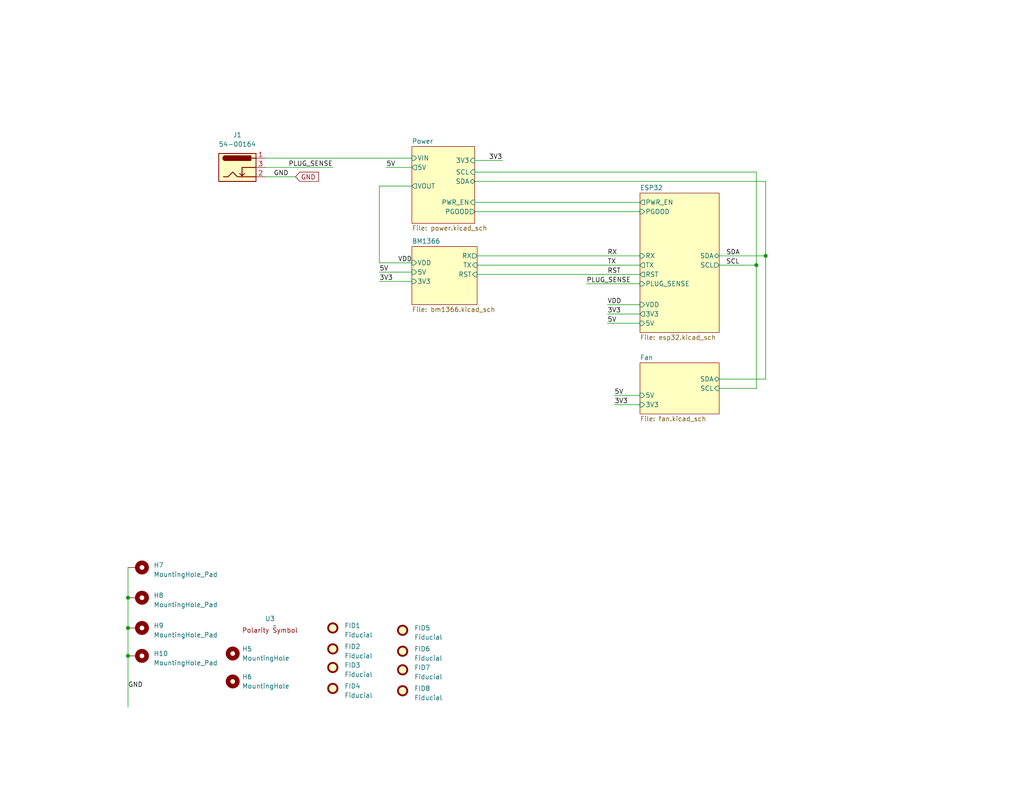
<source format=kicad_sch>
(kicad_sch
	(version 20250114)
	(generator "eeschema")
	(generator_version "9.0")
	(uuid "e63e39d7-6ac0-4ffd-8aa3-1841a4541b55")
	(paper "A")
	(lib_symbols
		(symbol "Connector:Barrel_Jack_Switch"
			(pin_names
				(hide yes)
			)
			(exclude_from_sim no)
			(in_bom yes)
			(on_board yes)
			(property "Reference" "J"
				(at 0 5.334 0)
				(effects
					(font
						(size 1.27 1.27)
					)
				)
			)
			(property "Value" "Barrel_Jack_Switch"
				(at 0 -5.08 0)
				(effects
					(font
						(size 1.27 1.27)
					)
				)
			)
			(property "Footprint" ""
				(at 1.27 -1.016 0)
				(effects
					(font
						(size 1.27 1.27)
					)
					(hide yes)
				)
			)
			(property "Datasheet" "~"
				(at 1.27 -1.016 0)
				(effects
					(font
						(size 1.27 1.27)
					)
					(hide yes)
				)
			)
			(property "Description" "DC Barrel Jack with an internal switch"
				(at 0 0 0)
				(effects
					(font
						(size 1.27 1.27)
					)
					(hide yes)
				)
			)
			(property "ki_keywords" "DC power barrel jack connector"
				(at 0 0 0)
				(effects
					(font
						(size 1.27 1.27)
					)
					(hide yes)
				)
			)
			(property "ki_fp_filters" "BarrelJack*"
				(at 0 0 0)
				(effects
					(font
						(size 1.27 1.27)
					)
					(hide yes)
				)
			)
			(symbol "Barrel_Jack_Switch_0_1"
				(rectangle
					(start -5.08 3.81)
					(end 5.08 -3.81)
					(stroke
						(width 0.254)
						(type default)
					)
					(fill
						(type background)
					)
				)
				(polyline
					(pts
						(xy -3.81 -2.54) (xy -2.54 -2.54) (xy -1.27 -1.27) (xy 0 -2.54) (xy 2.54 -2.54) (xy 5.08 -2.54)
					)
					(stroke
						(width 0.254)
						(type default)
					)
					(fill
						(type none)
					)
				)
				(arc
					(start -3.302 1.905)
					(mid -3.9343 2.54)
					(end -3.302 3.175)
					(stroke
						(width 0.254)
						(type default)
					)
					(fill
						(type none)
					)
				)
				(arc
					(start -3.302 1.905)
					(mid -3.9343 2.54)
					(end -3.302 3.175)
					(stroke
						(width 0.254)
						(type default)
					)
					(fill
						(type outline)
					)
				)
				(polyline
					(pts
						(xy 1.27 -2.286) (xy 1.905 -1.651)
					)
					(stroke
						(width 0.254)
						(type default)
					)
					(fill
						(type none)
					)
				)
				(rectangle
					(start 3.683 3.175)
					(end -3.302 1.905)
					(stroke
						(width 0.254)
						(type default)
					)
					(fill
						(type outline)
					)
				)
				(polyline
					(pts
						(xy 5.08 2.54) (xy 3.81 2.54)
					)
					(stroke
						(width 0.254)
						(type default)
					)
					(fill
						(type none)
					)
				)
				(polyline
					(pts
						(xy 5.08 0) (xy 1.27 0) (xy 1.27 -2.286) (xy 0.635 -1.651)
					)
					(stroke
						(width 0.254)
						(type default)
					)
					(fill
						(type none)
					)
				)
			)
			(symbol "Barrel_Jack_Switch_1_1"
				(pin passive line
					(at 7.62 2.54 180)
					(length 2.54)
					(name "~"
						(effects
							(font
								(size 1.27 1.27)
							)
						)
					)
					(number "1"
						(effects
							(font
								(size 1.27 1.27)
							)
						)
					)
				)
				(pin passive line
					(at 7.62 0 180)
					(length 2.54)
					(name "~"
						(effects
							(font
								(size 1.27 1.27)
							)
						)
					)
					(number "3"
						(effects
							(font
								(size 1.27 1.27)
							)
						)
					)
				)
				(pin passive line
					(at 7.62 -2.54 180)
					(length 2.54)
					(name "~"
						(effects
							(font
								(size 1.27 1.27)
							)
						)
					)
					(number "2"
						(effects
							(font
								(size 1.27 1.27)
							)
						)
					)
				)
			)
			(embedded_fonts no)
		)
		(symbol "Mechanical:Fiducial"
			(exclude_from_sim no)
			(in_bom yes)
			(on_board yes)
			(property "Reference" "FID"
				(at 0 5.08 0)
				(effects
					(font
						(size 1.27 1.27)
					)
				)
			)
			(property "Value" "Fiducial"
				(at 0 3.175 0)
				(effects
					(font
						(size 1.27 1.27)
					)
				)
			)
			(property "Footprint" ""
				(at 0 0 0)
				(effects
					(font
						(size 1.27 1.27)
					)
					(hide yes)
				)
			)
			(property "Datasheet" "~"
				(at 0 0 0)
				(effects
					(font
						(size 1.27 1.27)
					)
					(hide yes)
				)
			)
			(property "Description" "Fiducial Marker"
				(at 0 0 0)
				(effects
					(font
						(size 1.27 1.27)
					)
					(hide yes)
				)
			)
			(property "ki_keywords" "fiducial marker"
				(at 0 0 0)
				(effects
					(font
						(size 1.27 1.27)
					)
					(hide yes)
				)
			)
			(property "ki_fp_filters" "Fiducial*"
				(at 0 0 0)
				(effects
					(font
						(size 1.27 1.27)
					)
					(hide yes)
				)
			)
			(symbol "Fiducial_0_1"
				(circle
					(center 0 0)
					(radius 1.27)
					(stroke
						(width 0.508)
						(type default)
					)
					(fill
						(type background)
					)
				)
			)
			(embedded_fonts no)
		)
		(symbol "Mechanical:MountingHole"
			(pin_names
				(offset 1.016)
			)
			(exclude_from_sim no)
			(in_bom yes)
			(on_board yes)
			(property "Reference" "H"
				(at 0 5.08 0)
				(effects
					(font
						(size 1.27 1.27)
					)
				)
			)
			(property "Value" "MountingHole"
				(at 0 3.175 0)
				(effects
					(font
						(size 1.27 1.27)
					)
				)
			)
			(property "Footprint" ""
				(at 0 0 0)
				(effects
					(font
						(size 1.27 1.27)
					)
					(hide yes)
				)
			)
			(property "Datasheet" "~"
				(at 0 0 0)
				(effects
					(font
						(size 1.27 1.27)
					)
					(hide yes)
				)
			)
			(property "Description" "Mounting Hole without connection"
				(at 0 0 0)
				(effects
					(font
						(size 1.27 1.27)
					)
					(hide yes)
				)
			)
			(property "ki_keywords" "mounting hole"
				(at 0 0 0)
				(effects
					(font
						(size 1.27 1.27)
					)
					(hide yes)
				)
			)
			(property "ki_fp_filters" "MountingHole*"
				(at 0 0 0)
				(effects
					(font
						(size 1.27 1.27)
					)
					(hide yes)
				)
			)
			(symbol "MountingHole_0_1"
				(circle
					(center 0 0)
					(radius 1.27)
					(stroke
						(width 1.27)
						(type default)
					)
					(fill
						(type none)
					)
				)
			)
			(embedded_fonts no)
		)
		(symbol "Mechanical:MountingHole_Pad"
			(pin_numbers
				(hide yes)
			)
			(pin_names
				(offset 1.016)
				(hide yes)
			)
			(exclude_from_sim no)
			(in_bom yes)
			(on_board yes)
			(property "Reference" "H"
				(at 0 6.35 0)
				(effects
					(font
						(size 1.27 1.27)
					)
				)
			)
			(property "Value" "MountingHole_Pad"
				(at 0 4.445 0)
				(effects
					(font
						(size 1.27 1.27)
					)
				)
			)
			(property "Footprint" ""
				(at 0 0 0)
				(effects
					(font
						(size 1.27 1.27)
					)
					(hide yes)
				)
			)
			(property "Datasheet" "~"
				(at 0 0 0)
				(effects
					(font
						(size 1.27 1.27)
					)
					(hide yes)
				)
			)
			(property "Description" "Mounting Hole with connection"
				(at 0 0 0)
				(effects
					(font
						(size 1.27 1.27)
					)
					(hide yes)
				)
			)
			(property "ki_keywords" "mounting hole"
				(at 0 0 0)
				(effects
					(font
						(size 1.27 1.27)
					)
					(hide yes)
				)
			)
			(property "ki_fp_filters" "MountingHole*Pad*"
				(at 0 0 0)
				(effects
					(font
						(size 1.27 1.27)
					)
					(hide yes)
				)
			)
			(symbol "MountingHole_Pad_0_1"
				(circle
					(center 0 1.27)
					(radius 1.27)
					(stroke
						(width 1.27)
						(type default)
					)
					(fill
						(type none)
					)
				)
			)
			(symbol "MountingHole_Pad_1_1"
				(pin input line
					(at 0 -2.54 90)
					(length 2.54)
					(name "1"
						(effects
							(font
								(size 1.27 1.27)
							)
						)
					)
					(number "1"
						(effects
							(font
								(size 1.27 1.27)
							)
						)
					)
				)
			)
			(embedded_fonts no)
		)
		(symbol "bitaxe:polarity"
			(exclude_from_sim no)
			(in_bom no)
			(on_board yes)
			(property "Reference" "U"
				(at 0 0 0)
				(effects
					(font
						(size 1.27 1.27)
					)
				)
			)
			(property "Value" ""
				(at 0 0 0)
				(effects
					(font
						(size 1.27 1.27)
					)
				)
			)
			(property "Footprint" "bitaxe:polarity"
				(at 0 0 0)
				(effects
					(font
						(size 1.27 1.27)
					)
					(hide yes)
				)
			)
			(property "Datasheet" ""
				(at 0 0 0)
				(effects
					(font
						(size 1.27 1.27)
					)
					(hide yes)
				)
			)
			(property "Description" ""
				(at 0 0 0)
				(effects
					(font
						(size 1.27 1.27)
					)
					(hide yes)
				)
			)
			(symbol "polarity_1_1"
				(text "Polarity Symbol"
					(at -1.27 -1.27 0)
					(effects
						(font
							(size 1.27 1.27)
						)
					)
				)
			)
			(embedded_fonts no)
		)
	)
	(junction
		(at 208.915 69.85)
		(diameter 0)
		(color 0 0 0 0)
		(uuid "55033ea4-52b5-46f6-b909-193ee90f64f8")
	)
	(junction
		(at 34.925 179.07)
		(diameter 0)
		(color 0 0 0 0)
		(uuid "a69d1bb4-c5be-4af7-9880-f33c1c964215")
	)
	(junction
		(at 34.925 171.45)
		(diameter 0)
		(color 0 0 0 0)
		(uuid "c11d050d-beff-4ccc-8ae4-610e2d72500e")
	)
	(junction
		(at 206.375 72.39)
		(diameter 0)
		(color 0 0 0 0)
		(uuid "c6d94326-b3b8-44e3-95be-698fd44134ef")
	)
	(junction
		(at 34.925 163.195)
		(diameter 0)
		(color 0 0 0 0)
		(uuid "eef211f1-f5ae-4328-a58e-79df94f7ae76")
	)
	(wire
		(pts
			(xy 129.54 46.99) (xy 206.375 46.99)
		)
		(stroke
			(width 0)
			(type default)
		)
		(uuid "1008bb02-8344-46f8-976d-62e4c3e2844c")
	)
	(wire
		(pts
			(xy 196.215 72.39) (xy 206.375 72.39)
		)
		(stroke
			(width 0)
			(type default)
		)
		(uuid "1a84495c-9130-4980-bd4e-b3e4294f8c4b")
	)
	(wire
		(pts
			(xy 105.41 45.72) (xy 112.395 45.72)
		)
		(stroke
			(width 0)
			(type default)
		)
		(uuid "225a355f-9821-47d7-9dad-704a4b7f2a87")
	)
	(wire
		(pts
			(xy 130.175 72.39) (xy 174.625 72.39)
		)
		(stroke
			(width 0)
			(type default)
		)
		(uuid "24774115-230a-4b7e-a58b-d217c1c1593b")
	)
	(wire
		(pts
			(xy 165.735 88.265) (xy 174.625 88.265)
		)
		(stroke
			(width 0)
			(type default)
		)
		(uuid "26396d33-8fe3-498b-bb53-9a3aeb514721")
	)
	(wire
		(pts
			(xy 72.39 43.18) (xy 112.395 43.18)
		)
		(stroke
			(width 0)
			(type default)
		)
		(uuid "2cbbeb4e-a1d6-41f9-b199-e873ba23902b")
	)
	(wire
		(pts
			(xy 72.39 48.26) (xy 80.645 48.26)
		)
		(stroke
			(width 0)
			(type default)
		)
		(uuid "301e5094-668a-44dd-a028-836f5d7dd8ab")
	)
	(wire
		(pts
			(xy 167.64 110.49) (xy 174.625 110.49)
		)
		(stroke
			(width 0)
			(type default)
		)
		(uuid "51ba9129-b1a0-4373-8692-8d984b02e6d9")
	)
	(wire
		(pts
			(xy 160.02 77.47) (xy 174.625 77.47)
		)
		(stroke
			(width 0)
			(type default)
		)
		(uuid "6141b714-6192-4e6a-91ce-bc42ed5eae64")
	)
	(wire
		(pts
			(xy 208.915 49.53) (xy 208.915 69.85)
		)
		(stroke
			(width 0)
			(type default)
		)
		(uuid "67316bbe-4f68-40a1-a506-e3f919a61a4f")
	)
	(wire
		(pts
			(xy 129.54 49.53) (xy 208.915 49.53)
		)
		(stroke
			(width 0)
			(type default)
		)
		(uuid "709afa4e-d8c4-4691-895e-92848cbcc479")
	)
	(wire
		(pts
			(xy 72.39 45.72) (xy 90.805 45.72)
		)
		(stroke
			(width 0)
			(type default)
		)
		(uuid "764fb54b-4db4-48a0-9651-742faf312287")
	)
	(wire
		(pts
			(xy 165.735 83.185) (xy 174.625 83.185)
		)
		(stroke
			(width 0)
			(type default)
		)
		(uuid "8478d7e2-a004-4534-a71e-7f784e900add")
	)
	(wire
		(pts
			(xy 206.375 72.39) (xy 206.375 106.045)
		)
		(stroke
			(width 0)
			(type default)
		)
		(uuid "870045dc-784f-4e4b-9bae-c25848ef142a")
	)
	(wire
		(pts
			(xy 206.375 46.99) (xy 206.375 72.39)
		)
		(stroke
			(width 0)
			(type default)
		)
		(uuid "8ace5b8b-7377-49c8-9eb1-d8a1aa7310cc")
	)
	(wire
		(pts
			(xy 129.54 55.245) (xy 174.625 55.245)
		)
		(stroke
			(width 0)
			(type default)
		)
		(uuid "8ce87036-b6af-4b41-ad65-33bb105dd054")
	)
	(wire
		(pts
			(xy 196.215 69.85) (xy 208.915 69.85)
		)
		(stroke
			(width 0)
			(type default)
		)
		(uuid "8e9e0a2a-432e-41bb-b56e-cc291b9327d8")
	)
	(wire
		(pts
			(xy 34.925 163.195) (xy 34.925 171.45)
		)
		(stroke
			(width 0)
			(type default)
		)
		(uuid "92d3f2a6-e57e-4969-84a1-e1ef1bfafe03")
	)
	(wire
		(pts
			(xy 103.505 76.835) (xy 112.395 76.835)
		)
		(stroke
			(width 0)
			(type default)
		)
		(uuid "95b86feb-5ede-40c6-a7f8-7f1c2f5a9e9e")
	)
	(wire
		(pts
			(xy 130.175 69.85) (xy 174.625 69.85)
		)
		(stroke
			(width 0)
			(type default)
		)
		(uuid "9f9d7ce5-9f64-46fa-83b5-378b1dc13925")
	)
	(wire
		(pts
			(xy 196.215 103.505) (xy 208.915 103.505)
		)
		(stroke
			(width 0)
			(type default)
		)
		(uuid "a90c3150-3b08-4013-9223-de5bb8ffb554")
	)
	(wire
		(pts
			(xy 103.505 71.755) (xy 103.505 50.8)
		)
		(stroke
			(width 0)
			(type default)
		)
		(uuid "b1b075a3-0171-47ef-a412-35416e4fb492")
	)
	(wire
		(pts
			(xy 196.215 106.045) (xy 206.375 106.045)
		)
		(stroke
			(width 0)
			(type default)
		)
		(uuid "b9c51a48-9b6c-4b66-94e7-cccd7d2cc314")
	)
	(wire
		(pts
			(xy 103.505 74.295) (xy 112.395 74.295)
		)
		(stroke
			(width 0)
			(type default)
		)
		(uuid "c12365dd-1dcd-493f-bb53-77fba132d7a3")
	)
	(wire
		(pts
			(xy 208.915 103.505) (xy 208.915 69.85)
		)
		(stroke
			(width 0)
			(type default)
		)
		(uuid "cb3abdec-846c-4b09-b862-6e75137c0314")
	)
	(wire
		(pts
			(xy 129.54 57.785) (xy 174.625 57.785)
		)
		(stroke
			(width 0)
			(type default)
		)
		(uuid "d0e68719-f5d8-401d-8209-df1c86a78913")
	)
	(wire
		(pts
			(xy 167.64 107.95) (xy 174.625 107.95)
		)
		(stroke
			(width 0)
			(type default)
		)
		(uuid "d59cfc6e-eb9c-4c36-a07b-735096332bb6")
	)
	(wire
		(pts
			(xy 34.925 179.07) (xy 34.925 193.04)
		)
		(stroke
			(width 0)
			(type default)
		)
		(uuid "e0ea613a-e997-43bd-9471-603edb36cb68")
	)
	(wire
		(pts
			(xy 34.925 154.94) (xy 34.925 163.195)
		)
		(stroke
			(width 0)
			(type default)
		)
		(uuid "e1430a93-e01f-48ce-811b-02b46de76171")
	)
	(wire
		(pts
			(xy 165.735 85.725) (xy 174.625 85.725)
		)
		(stroke
			(width 0)
			(type default)
		)
		(uuid "e88c5b1f-1a8b-45ce-9e00-392b37d411a9")
	)
	(wire
		(pts
			(xy 112.395 71.755) (xy 103.505 71.755)
		)
		(stroke
			(width 0)
			(type default)
		)
		(uuid "eb81b6da-90c7-4ee9-8d6f-2e65a34573ed")
	)
	(wire
		(pts
			(xy 103.505 50.8) (xy 112.395 50.8)
		)
		(stroke
			(width 0)
			(type default)
		)
		(uuid "ec422df9-5d35-4c80-bd6c-c8a8d2e434d7")
	)
	(wire
		(pts
			(xy 130.175 74.93) (xy 174.625 74.93)
		)
		(stroke
			(width 0)
			(type default)
		)
		(uuid "ec5db6b3-7b11-4644-b373-bba02fc5eaa6")
	)
	(wire
		(pts
			(xy 34.925 171.45) (xy 34.925 179.07)
		)
		(stroke
			(width 0)
			(type default)
		)
		(uuid "f0be466e-a2a7-4cf2-a261-1f0043c80e86")
	)
	(wire
		(pts
			(xy 129.54 43.815) (xy 137.16 43.815)
		)
		(stroke
			(width 0)
			(type default)
		)
		(uuid "fb150e19-1ef3-4ea1-8a17-ed02fd7c8667")
	)
	(label "PLUG_SENSE"
		(at 90.805 45.72 180)
		(effects
			(font
				(size 1.27 1.27)
			)
			(justify right bottom)
		)
		(uuid "07cdd847-41dc-4cd8-8003-1b7221fd9683")
	)
	(label "VDD"
		(at 165.735 83.185 0)
		(effects
			(font
				(size 1.27 1.27)
			)
			(justify left bottom)
		)
		(uuid "28f0b9d1-0424-417d-841e-45c0f4485235")
	)
	(label "3V3"
		(at 103.505 76.835 0)
		(effects
			(font
				(size 1.27 1.27)
			)
			(justify left bottom)
		)
		(uuid "30c533f9-11ff-4e26-9cd5-9ad060205a39")
	)
	(label "RST"
		(at 165.735 74.93 0)
		(effects
			(font
				(size 1.27 1.27)
			)
			(justify left bottom)
		)
		(uuid "31bace7a-59c6-47e2-8542-fcbbfc29ee60")
	)
	(label "VDD"
		(at 108.585 71.755 0)
		(effects
			(font
				(size 1.27 1.27)
			)
			(justify left bottom)
		)
		(uuid "33c9c692-c27c-41eb-ae96-a441b5ef3c16")
	)
	(label "5V"
		(at 105.41 45.72 0)
		(effects
			(font
				(size 1.27 1.27)
			)
			(justify left bottom)
		)
		(uuid "3b1dfdbd-5caf-4ec5-bad2-60a39cc5a4eb")
	)
	(label "5V"
		(at 167.64 107.95 0)
		(effects
			(font
				(size 1.27 1.27)
			)
			(justify left bottom)
		)
		(uuid "4b6ce4ce-8ba9-4a8d-b875-358615c45dff")
	)
	(label "SDA"
		(at 198.12 69.85 0)
		(effects
			(font
				(size 1.27 1.27)
			)
			(justify left bottom)
		)
		(uuid "64bb4b1d-9141-410f-bc37-011ad71f877f")
	)
	(label "GND"
		(at 34.925 187.96 0)
		(effects
			(font
				(size 1.27 1.27)
			)
			(justify left bottom)
		)
		(uuid "7527c5d0-31df-462d-8082-afc2158be38d")
	)
	(label "RX"
		(at 165.735 69.85 0)
		(effects
			(font
				(size 1.27 1.27)
			)
			(justify left bottom)
		)
		(uuid "795c3981-9287-49b0-96d8-85ab23b8e5a9")
	)
	(label "3V3"
		(at 133.35 43.815 0)
		(effects
			(font
				(size 1.27 1.27)
			)
			(justify left bottom)
		)
		(uuid "a040410f-d8e9-47f1-ad67-5a0613e63ff4")
	)
	(label "3V3"
		(at 165.735 85.725 0)
		(effects
			(font
				(size 1.27 1.27)
			)
			(justify left bottom)
		)
		(uuid "a4505776-d22b-4583-9182-188a1cc83fe9")
	)
	(label "SCL"
		(at 198.12 72.39 0)
		(effects
			(font
				(size 1.27 1.27)
			)
			(justify left bottom)
		)
		(uuid "ba1ec3a7-4074-422f-8d28-adb972612f48")
	)
	(label "5V"
		(at 165.735 88.265 0)
		(effects
			(font
				(size 1.27 1.27)
			)
			(justify left bottom)
		)
		(uuid "bc1c8224-e1d4-4aa8-bcbe-fd0d35670ce3")
	)
	(label "3V3"
		(at 167.64 110.49 0)
		(effects
			(font
				(size 1.27 1.27)
			)
			(justify left bottom)
		)
		(uuid "cbccfbf0-8a78-494d-9b09-00b438efe401")
	)
	(label "5V"
		(at 103.505 74.295 0)
		(effects
			(font
				(size 1.27 1.27)
			)
			(justify left bottom)
		)
		(uuid "d16c2814-61c6-4689-a9db-6c7487b2c67a")
	)
	(label "GND"
		(at 78.74 48.26 180)
		(effects
			(font
				(size 1.27 1.27)
			)
			(justify right bottom)
		)
		(uuid "d1d5a32b-73a4-4bbc-a612-b8498e760989")
	)
	(label "PLUG_SENSE"
		(at 160.02 77.47 0)
		(effects
			(font
				(size 1.27 1.27)
			)
			(justify left bottom)
		)
		(uuid "f0a9aaba-6e8c-421e-a698-9f9a04138776")
	)
	(label "TX"
		(at 165.735 72.39 0)
		(effects
			(font
				(size 1.27 1.27)
			)
			(justify left bottom)
		)
		(uuid "f2130992-1195-474b-9390-24cff316f1d1")
	)
	(global_label "GND"
		(shape input)
		(at 80.645 48.26 0)
		(fields_autoplaced yes)
		(effects
			(font
				(size 1.27 1.27)
			)
			(justify left)
		)
		(uuid "3a9ec3dc-e8de-49ee-9a6e-42a19fca3e49")
		(property "Intersheetrefs" "${INTERSHEET_REFS}"
			(at 86.9286 48.1806 0)
			(effects
				(font
					(size 1.27 1.27)
				)
				(justify left)
				(hide yes)
			)
		)
	)
	(symbol
		(lib_id "Mechanical:Fiducial")
		(at 90.805 177.165 0)
		(unit 1)
		(exclude_from_sim no)
		(in_bom no)
		(on_board yes)
		(dnp no)
		(fields_autoplaced yes)
		(uuid "064d6d8c-b195-44bc-80d8-06274f49a6ec")
		(property "Reference" "FID2"
			(at 93.98 176.53 0)
			(effects
				(font
					(size 1.27 1.27)
				)
				(justify left)
			)
		)
		(property "Value" "Fiducial"
			(at 93.98 179.07 0)
			(effects
				(font
					(size 1.27 1.27)
				)
				(justify left)
			)
		)
		(property "Footprint" "Fiducial:Fiducial_1mm_Mask2mm"
			(at 90.805 177.165 0)
			(effects
				(font
					(size 1.27 1.27)
				)
				(hide yes)
			)
		)
		(property "Datasheet" "~"
			(at 90.805 177.165 0)
			(effects
				(font
					(size 1.27 1.27)
				)
				(hide yes)
			)
		)
		(property "Description" ""
			(at 90.805 177.165 0)
			(effects
				(font
					(size 1.27 1.27)
				)
			)
		)
		(instances
			(project "bitaxeUltra"
				(path "/e63e39d7-6ac0-4ffd-8aa3-1841a4541b55"
					(reference "FID2")
					(unit 1)
				)
			)
		)
	)
	(symbol
		(lib_id "Mechanical:Fiducial")
		(at 90.805 182.245 0)
		(unit 1)
		(exclude_from_sim no)
		(in_bom no)
		(on_board yes)
		(dnp no)
		(fields_autoplaced yes)
		(uuid "0a833497-c7e7-465d-9688-0f1cee9f61b7")
		(property "Reference" "FID3"
			(at 93.98 181.61 0)
			(effects
				(font
					(size 1.27 1.27)
				)
				(justify left)
			)
		)
		(property "Value" "Fiducial"
			(at 93.98 184.15 0)
			(effects
				(font
					(size 1.27 1.27)
				)
				(justify left)
			)
		)
		(property "Footprint" "Fiducial:Fiducial_1mm_Mask2mm"
			(at 90.805 182.245 0)
			(effects
				(font
					(size 1.27 1.27)
				)
				(hide yes)
			)
		)
		(property "Datasheet" "~"
			(at 90.805 182.245 0)
			(effects
				(font
					(size 1.27 1.27)
				)
				(hide yes)
			)
		)
		(property "Description" ""
			(at 90.805 182.245 0)
			(effects
				(font
					(size 1.27 1.27)
				)
			)
		)
		(instances
			(project "bitaxeUltra"
				(path "/e63e39d7-6ac0-4ffd-8aa3-1841a4541b55"
					(reference "FID3")
					(unit 1)
				)
			)
		)
	)
	(symbol
		(lib_id "Mechanical:Fiducial")
		(at 90.805 187.96 0)
		(unit 1)
		(exclude_from_sim no)
		(in_bom no)
		(on_board yes)
		(dnp no)
		(fields_autoplaced yes)
		(uuid "18e72dbf-a1dc-4d81-b346-9894476da65e")
		(property "Reference" "FID4"
			(at 93.98 187.325 0)
			(effects
				(font
					(size 1.27 1.27)
				)
				(justify left)
			)
		)
		(property "Value" "Fiducial"
			(at 93.98 189.865 0)
			(effects
				(font
					(size 1.27 1.27)
				)
				(justify left)
			)
		)
		(property "Footprint" "Fiducial:Fiducial_1mm_Mask2mm"
			(at 90.805 187.96 0)
			(effects
				(font
					(size 1.27 1.27)
				)
				(hide yes)
			)
		)
		(property "Datasheet" "~"
			(at 90.805 187.96 0)
			(effects
				(font
					(size 1.27 1.27)
				)
				(hide yes)
			)
		)
		(property "Description" ""
			(at 90.805 187.96 0)
			(effects
				(font
					(size 1.27 1.27)
				)
			)
		)
		(instances
			(project "bitaxeUltra"
				(path "/e63e39d7-6ac0-4ffd-8aa3-1841a4541b55"
					(reference "FID4")
					(unit 1)
				)
			)
		)
	)
	(symbol
		(lib_id "Mechanical:Fiducial")
		(at 109.855 177.8 0)
		(unit 1)
		(exclude_from_sim no)
		(in_bom no)
		(on_board yes)
		(dnp no)
		(fields_autoplaced yes)
		(uuid "226f8b0a-c778-48c6-b7b8-bc48760364ad")
		(property "Reference" "FID6"
			(at 113.03 177.165 0)
			(effects
				(font
					(size 1.27 1.27)
				)
				(justify left)
			)
		)
		(property "Value" "Fiducial"
			(at 113.03 179.705 0)
			(effects
				(font
					(size 1.27 1.27)
				)
				(justify left)
			)
		)
		(property "Footprint" "Fiducial:Fiducial_1mm_Mask2mm"
			(at 109.855 177.8 0)
			(effects
				(font
					(size 1.27 1.27)
				)
				(hide yes)
			)
		)
		(property "Datasheet" "~"
			(at 109.855 177.8 0)
			(effects
				(font
					(size 1.27 1.27)
				)
				(hide yes)
			)
		)
		(property "Description" ""
			(at 109.855 177.8 0)
			(effects
				(font
					(size 1.27 1.27)
				)
			)
		)
		(instances
			(project "bitaxeUltra"
				(path "/e63e39d7-6ac0-4ffd-8aa3-1841a4541b55"
					(reference "FID6")
					(unit 1)
				)
			)
		)
	)
	(symbol
		(lib_id "Connector:Barrel_Jack_Switch")
		(at 64.77 45.72 0)
		(unit 1)
		(exclude_from_sim no)
		(in_bom yes)
		(on_board yes)
		(dnp no)
		(fields_autoplaced yes)
		(uuid "5536283f-3eb9-4437-9f90-6ac7a73e160e")
		(property "Reference" "J1"
			(at 64.77 36.83 0)
			(effects
				(font
					(size 1.27 1.27)
				)
			)
		)
		(property "Value" "54-00164"
			(at 64.77 39.37 0)
			(effects
				(font
					(size 1.27 1.27)
				)
			)
		)
		(property "Footprint" "bitaxe:BarrelJack_Wuerth_694106106102_2.0x5.5mm"
			(at 66.04 46.736 0)
			(effects
				(font
					(size 1.27 1.27)
				)
				(hide yes)
			)
		)
		(property "Datasheet" "https://tensility.s3.amazonaws.com/uploads/pdffiles/54-00164.pdf?X-Amz-Expires=600&X-Amz-Date=20231120T033415Z&X-Amz-Algorithm=AWS4-HMAC-SHA256&X-Amz-Credential=AKIAIS2S4WRDQDSWDRZQ%2F20231120%2Fus-west-2%2Fs3%2Faws4_request&X-Amz-SignedHeaders=host&X-Amz-Signature=0ec7ce6b9e4957ccc83a05eb1138fede41cc8592648d2aac3c65914c1c151ca7"
			(at 66.04 46.736 0)
			(effects
				(font
					(size 1.27 1.27)
				)
				(hide yes)
			)
		)
		(property "Description" ""
			(at 64.77 45.72 0)
			(effects
				(font
					(size 1.27 1.27)
				)
			)
		)
		(property "DK" "839-54-00164CT-ND"
			(at 64.77 45.72 0)
			(effects
				(font
					(size 1.27 1.27)
				)
				(hide yes)
			)
		)
		(property "PARTNO" "54-00164"
			(at 64.77 45.72 0)
			(effects
				(font
					(size 1.27 1.27)
				)
				(hide yes)
			)
		)
		(pin "1"
			(uuid "63c6cc28-5a02-46f6-8d52-ded931b97e35")
		)
		(pin "2"
			(uuid "3c2fa763-5554-4196-b3de-6a0bdbbbd39e")
		)
		(pin "3"
			(uuid "ee01e01f-0981-4424-9b9e-59c0ad16c239")
		)
		(instances
			(project "bitaxeUltra"
				(path "/e63e39d7-6ac0-4ffd-8aa3-1841a4541b55"
					(reference "J1")
					(unit 1)
				)
			)
		)
	)
	(symbol
		(lib_id "Mechanical:MountingHole_Pad")
		(at 37.465 154.94 270)
		(unit 1)
		(exclude_from_sim no)
		(in_bom no)
		(on_board yes)
		(dnp no)
		(fields_autoplaced yes)
		(uuid "59c27c33-b129-49be-9ee9-fb57c68083b4")
		(property "Reference" "H7"
			(at 41.91 154.305 90)
			(effects
				(font
					(size 1.27 1.27)
				)
				(justify left)
			)
		)
		(property "Value" "MountingHole_Pad"
			(at 41.91 156.845 90)
			(effects
				(font
					(size 1.27 1.27)
				)
				(justify left)
			)
		)
		(property "Footprint" "MountingHole:MountingHole_3mm_Pad_Via"
			(at 37.465 154.94 0)
			(effects
				(font
					(size 1.27 1.27)
				)
				(hide yes)
			)
		)
		(property "Datasheet" "~"
			(at 37.465 154.94 0)
			(effects
				(font
					(size 1.27 1.27)
				)
				(hide yes)
			)
		)
		(property "Description" ""
			(at 37.465 154.94 0)
			(effects
				(font
					(size 1.27 1.27)
				)
			)
		)
		(pin "1"
			(uuid "9e819c39-9462-47ba-8ad3-fbdca4b36a97")
		)
		(instances
			(project "bitaxeUltra"
				(path "/e63e39d7-6ac0-4ffd-8aa3-1841a4541b55"
					(reference "H7")
					(unit 1)
				)
			)
		)
	)
	(symbol
		(lib_id "Mechanical:Fiducial")
		(at 90.805 171.45 0)
		(unit 1)
		(exclude_from_sim no)
		(in_bom no)
		(on_board yes)
		(dnp no)
		(fields_autoplaced yes)
		(uuid "87199609-235e-4f57-bc2e-180a969b5ff7")
		(property "Reference" "FID1"
			(at 93.98 170.815 0)
			(effects
				(font
					(size 1.27 1.27)
				)
				(justify left)
			)
		)
		(property "Value" "Fiducial"
			(at 93.98 173.355 0)
			(effects
				(font
					(size 1.27 1.27)
				)
				(justify left)
			)
		)
		(property "Footprint" "Fiducial:Fiducial_1mm_Mask2mm"
			(at 90.805 171.45 0)
			(effects
				(font
					(size 1.27 1.27)
				)
				(hide yes)
			)
		)
		(property "Datasheet" "~"
			(at 90.805 171.45 0)
			(effects
				(font
					(size 1.27 1.27)
				)
				(hide yes)
			)
		)
		(property "Description" ""
			(at 90.805 171.45 0)
			(effects
				(font
					(size 1.27 1.27)
				)
			)
		)
		(instances
			(project "bitaxeUltra"
				(path "/e63e39d7-6ac0-4ffd-8aa3-1841a4541b55"
					(reference "FID1")
					(unit 1)
				)
			)
		)
	)
	(symbol
		(lib_id "Mechanical:Fiducial")
		(at 109.855 188.595 0)
		(unit 1)
		(exclude_from_sim no)
		(in_bom no)
		(on_board yes)
		(dnp no)
		(fields_autoplaced yes)
		(uuid "8a3b8f25-758d-4f64-b405-452b5f1c3e1f")
		(property "Reference" "FID8"
			(at 113.03 187.96 0)
			(effects
				(font
					(size 1.27 1.27)
				)
				(justify left)
			)
		)
		(property "Value" "Fiducial"
			(at 113.03 190.5 0)
			(effects
				(font
					(size 1.27 1.27)
				)
				(justify left)
			)
		)
		(property "Footprint" "Fiducial:Fiducial_1mm_Mask2mm"
			(at 109.855 188.595 0)
			(effects
				(font
					(size 1.27 1.27)
				)
				(hide yes)
			)
		)
		(property "Datasheet" "~"
			(at 109.855 188.595 0)
			(effects
				(font
					(size 1.27 1.27)
				)
				(hide yes)
			)
		)
		(property "Description" ""
			(at 109.855 188.595 0)
			(effects
				(font
					(size 1.27 1.27)
				)
			)
		)
		(instances
			(project "bitaxeUltra"
				(path "/e63e39d7-6ac0-4ffd-8aa3-1841a4541b55"
					(reference "FID8")
					(unit 1)
				)
			)
		)
	)
	(symbol
		(lib_id "Mechanical:Fiducial")
		(at 109.855 172.085 0)
		(unit 1)
		(exclude_from_sim no)
		(in_bom no)
		(on_board yes)
		(dnp no)
		(fields_autoplaced yes)
		(uuid "8b790f99-5ac1-41bb-a94f-d1372278739b")
		(property "Reference" "FID5"
			(at 113.03 171.45 0)
			(effects
				(font
					(size 1.27 1.27)
				)
				(justify left)
			)
		)
		(property "Value" "Fiducial"
			(at 113.03 173.99 0)
			(effects
				(font
					(size 1.27 1.27)
				)
				(justify left)
			)
		)
		(property "Footprint" "Fiducial:Fiducial_1mm_Mask2mm"
			(at 109.855 172.085 0)
			(effects
				(font
					(size 1.27 1.27)
				)
				(hide yes)
			)
		)
		(property "Datasheet" "~"
			(at 109.855 172.085 0)
			(effects
				(font
					(size 1.27 1.27)
				)
				(hide yes)
			)
		)
		(property "Description" ""
			(at 109.855 172.085 0)
			(effects
				(font
					(size 1.27 1.27)
				)
			)
		)
		(instances
			(project "bitaxeUltra"
				(path "/e63e39d7-6ac0-4ffd-8aa3-1841a4541b55"
					(reference "FID5")
					(unit 1)
				)
			)
		)
	)
	(symbol
		(lib_id "Mechanical:MountingHole")
		(at 63.5 186.055 0)
		(unit 1)
		(exclude_from_sim no)
		(in_bom no)
		(on_board yes)
		(dnp no)
		(fields_autoplaced yes)
		(uuid "ab5bb22a-5663-430c-9f9f-42a0a4a983d1")
		(property "Reference" "H6"
			(at 66.04 184.7849 0)
			(effects
				(font
					(size 1.27 1.27)
				)
				(justify left)
			)
		)
		(property "Value" "MountingHole"
			(at 66.04 187.3249 0)
			(effects
				(font
					(size 1.27 1.27)
				)
				(justify left)
			)
		)
		(property "Footprint" "MountingHole:MountingHole_3.5mm"
			(at 63.5 186.055 0)
			(effects
				(font
					(size 1.27 1.27)
				)
				(hide yes)
			)
		)
		(property "Datasheet" "~"
			(at 63.5 186.055 0)
			(effects
				(font
					(size 1.27 1.27)
				)
				(hide yes)
			)
		)
		(property "Description" ""
			(at 63.5 186.055 0)
			(effects
				(font
					(size 1.27 1.27)
				)
			)
		)
		(instances
			(project "bitaxeUltra"
				(path "/e63e39d7-6ac0-4ffd-8aa3-1841a4541b55"
					(reference "H6")
					(unit 1)
				)
			)
		)
	)
	(symbol
		(lib_id "Mechanical:Fiducial")
		(at 109.855 182.88 0)
		(unit 1)
		(exclude_from_sim no)
		(in_bom no)
		(on_board yes)
		(dnp no)
		(fields_autoplaced yes)
		(uuid "b1efafb1-faad-4b62-862c-ba8dab7b6227")
		(property "Reference" "FID7"
			(at 113.03 182.245 0)
			(effects
				(font
					(size 1.27 1.27)
				)
				(justify left)
			)
		)
		(property "Value" "Fiducial"
			(at 113.03 184.785 0)
			(effects
				(font
					(size 1.27 1.27)
				)
				(justify left)
			)
		)
		(property "Footprint" "Fiducial:Fiducial_1mm_Mask2mm"
			(at 109.855 182.88 0)
			(effects
				(font
					(size 1.27 1.27)
				)
				(hide yes)
			)
		)
		(property "Datasheet" "~"
			(at 109.855 182.88 0)
			(effects
				(font
					(size 1.27 1.27)
				)
				(hide yes)
			)
		)
		(property "Description" ""
			(at 109.855 182.88 0)
			(effects
				(font
					(size 1.27 1.27)
				)
			)
		)
		(instances
			(project "bitaxeUltra"
				(path "/e63e39d7-6ac0-4ffd-8aa3-1841a4541b55"
					(reference "FID7")
					(unit 1)
				)
			)
		)
	)
	(symbol
		(lib_id "Mechanical:MountingHole")
		(at 63.5 178.435 0)
		(unit 1)
		(exclude_from_sim no)
		(in_bom no)
		(on_board yes)
		(dnp no)
		(fields_autoplaced yes)
		(uuid "bff2ac6a-2ec4-47c3-a5eb-4ce77d0e5ec2")
		(property "Reference" "H5"
			(at 66.04 177.1649 0)
			(effects
				(font
					(size 1.27 1.27)
				)
				(justify left)
			)
		)
		(property "Value" "MountingHole"
			(at 66.04 179.7049 0)
			(effects
				(font
					(size 1.27 1.27)
				)
				(justify left)
			)
		)
		(property "Footprint" "MountingHole:MountingHole_3.5mm"
			(at 63.5 178.435 0)
			(effects
				(font
					(size 1.27 1.27)
				)
				(hide yes)
			)
		)
		(property "Datasheet" "~"
			(at 63.5 178.435 0)
			(effects
				(font
					(size 1.27 1.27)
				)
				(hide yes)
			)
		)
		(property "Description" ""
			(at 63.5 178.435 0)
			(effects
				(font
					(size 1.27 1.27)
				)
			)
		)
		(instances
			(project "bitaxeUltra"
				(path "/e63e39d7-6ac0-4ffd-8aa3-1841a4541b55"
					(reference "H5")
					(unit 1)
				)
			)
		)
	)
	(symbol
		(lib_id "Mechanical:MountingHole_Pad")
		(at 37.465 171.45 270)
		(unit 1)
		(exclude_from_sim no)
		(in_bom no)
		(on_board yes)
		(dnp no)
		(fields_autoplaced yes)
		(uuid "d3e5503a-2395-4929-8788-b2e28964eab6")
		(property "Reference" "H9"
			(at 41.91 170.815 90)
			(effects
				(font
					(size 1.27 1.27)
				)
				(justify left)
			)
		)
		(property "Value" "MountingHole_Pad"
			(at 41.91 173.355 90)
			(effects
				(font
					(size 1.27 1.27)
				)
				(justify left)
			)
		)
		(property "Footprint" "MountingHole:MountingHole_3mm_Pad_Via"
			(at 37.465 171.45 0)
			(effects
				(font
					(size 1.27 1.27)
				)
				(hide yes)
			)
		)
		(property "Datasheet" "~"
			(at 37.465 171.45 0)
			(effects
				(font
					(size 1.27 1.27)
				)
				(hide yes)
			)
		)
		(property "Description" ""
			(at 37.465 171.45 0)
			(effects
				(font
					(size 1.27 1.27)
				)
			)
		)
		(pin "1"
			(uuid "cc5077cc-a1f2-49b4-8b0a-ecd985e45e5e")
		)
		(instances
			(project "bitaxeUltra"
				(path "/e63e39d7-6ac0-4ffd-8aa3-1841a4541b55"
					(reference "H9")
					(unit 1)
				)
			)
		)
	)
	(symbol
		(lib_id "Mechanical:MountingHole_Pad")
		(at 37.465 163.195 270)
		(unit 1)
		(exclude_from_sim no)
		(in_bom no)
		(on_board yes)
		(dnp no)
		(fields_autoplaced yes)
		(uuid "d52c7b79-cf50-4aa4-81be-8dc31945235a")
		(property "Reference" "H8"
			(at 41.91 162.56 90)
			(effects
				(font
					(size 1.27 1.27)
				)
				(justify left)
			)
		)
		(property "Value" "MountingHole_Pad"
			(at 41.91 165.1 90)
			(effects
				(font
					(size 1.27 1.27)
				)
				(justify left)
			)
		)
		(property "Footprint" "MountingHole:MountingHole_3mm_Pad_Via"
			(at 37.465 163.195 0)
			(effects
				(font
					(size 1.27 1.27)
				)
				(hide yes)
			)
		)
		(property "Datasheet" "~"
			(at 37.465 163.195 0)
			(effects
				(font
					(size 1.27 1.27)
				)
				(hide yes)
			)
		)
		(property "Description" ""
			(at 37.465 163.195 0)
			(effects
				(font
					(size 1.27 1.27)
				)
			)
		)
		(pin "1"
			(uuid "4ec53169-08ea-44de-811a-ca85b073dcdb")
		)
		(instances
			(project "bitaxeUltra"
				(path "/e63e39d7-6ac0-4ffd-8aa3-1841a4541b55"
					(reference "H8")
					(unit 1)
				)
			)
		)
	)
	(symbol
		(lib_id "Mechanical:MountingHole_Pad")
		(at 37.465 179.07 270)
		(unit 1)
		(exclude_from_sim no)
		(in_bom no)
		(on_board yes)
		(dnp no)
		(fields_autoplaced yes)
		(uuid "d9afb881-0e5b-49ff-817d-f9c0c6c7cc5d")
		(property "Reference" "H10"
			(at 41.91 178.435 90)
			(effects
				(font
					(size 1.27 1.27)
				)
				(justify left)
			)
		)
		(property "Value" "MountingHole_Pad"
			(at 41.91 180.975 90)
			(effects
				(font
					(size 1.27 1.27)
				)
				(justify left)
			)
		)
		(property "Footprint" "MountingHole:MountingHole_3mm_Pad_Via"
			(at 37.465 179.07 0)
			(effects
				(font
					(size 1.27 1.27)
				)
				(hide yes)
			)
		)
		(property "Datasheet" "~"
			(at 37.465 179.07 0)
			(effects
				(font
					(size 1.27 1.27)
				)
				(hide yes)
			)
		)
		(property "Description" ""
			(at 37.465 179.07 0)
			(effects
				(font
					(size 1.27 1.27)
				)
			)
		)
		(pin "1"
			(uuid "83cef93f-ea18-4706-b6fa-fdb244eb8c39")
		)
		(instances
			(project "bitaxeUltra"
				(path "/e63e39d7-6ac0-4ffd-8aa3-1841a4541b55"
					(reference "H10")
					(unit 1)
				)
			)
		)
	)
	(symbol
		(lib_id "bitaxe:polarity")
		(at 74.93 170.815 0)
		(unit 1)
		(exclude_from_sim no)
		(in_bom no)
		(on_board yes)
		(dnp no)
		(fields_autoplaced yes)
		(uuid "ed5fd8c8-a8cc-4fa5-8c18-545c4d1fc1a6")
		(property "Reference" "U3"
			(at 73.66 168.91 0)
			(effects
				(font
					(size 1.27 1.27)
				)
			)
		)
		(property "Value" "~"
			(at 74.93 170.815 0)
			(effects
				(font
					(size 1.27 1.27)
				)
			)
		)
		(property "Footprint" "bitaxe:polarity"
			(at 74.93 170.815 0)
			(effects
				(font
					(size 1.27 1.27)
				)
				(hide yes)
			)
		)
		(property "Datasheet" ""
			(at 74.93 170.815 0)
			(effects
				(font
					(size 1.27 1.27)
				)
				(hide yes)
			)
		)
		(property "Description" ""
			(at 74.93 170.815 0)
			(effects
				(font
					(size 1.27 1.27)
				)
			)
		)
		(instances
			(project "bitaxeUltra"
				(path "/e63e39d7-6ac0-4ffd-8aa3-1841a4541b55"
					(reference "U3")
					(unit 1)
				)
			)
		)
	)
	(sheet
		(at 112.395 67.31)
		(size 17.78 15.875)
		(exclude_from_sim no)
		(in_bom yes)
		(on_board yes)
		(dnp no)
		(fields_autoplaced yes)
		(stroke
			(width 0.1524)
			(type solid)
		)
		(fill
			(color 255 255 194 1.0000)
		)
		(uuid "4cf9c075-d009-4c35-9949-adda70ae20c7")
		(property "Sheetname" "BM1366"
			(at 112.395 66.5984 0)
			(effects
				(font
					(size 1.27 1.27)
				)
				(justify left bottom)
			)
		)
		(property "Sheetfile" "bm1366.kicad_sch"
			(at 112.395 83.7696 0)
			(effects
				(font
					(size 1.27 1.27)
				)
				(justify left top)
			)
		)
		(pin "TX" input
			(at 130.175 72.39 0)
			(uuid "c4c0b3b4-8a5c-486c-854d-ccc0b4925a60")
			(effects
				(font
					(size 1.27 1.27)
				)
				(justify right)
			)
		)
		(pin "RX" output
			(at 130.175 69.85 0)
			(uuid "424bf359-e741-47f3-a9b9-1eb328cf8e88")
			(effects
				(font
					(size 1.27 1.27)
				)
				(justify right)
			)
		)
		(pin "RST" input
			(at 130.175 74.93 0)
			(uuid "b0a69e87-cd6d-468b-83de-f06c2397a2f6")
			(effects
				(font
					(size 1.27 1.27)
				)
				(justify right)
			)
		)
		(pin "3V3" input
			(at 112.395 76.835 180)
			(uuid "b58395a3-a057-42c2-87c2-1df46dae093f")
			(effects
				(font
					(size 1.27 1.27)
				)
				(justify left)
			)
		)
		(pin "5V" input
			(at 112.395 74.295 180)
			(uuid "c2df387e-48f1-45f7-8abb-b1cd47da5639")
			(effects
				(font
					(size 1.27 1.27)
				)
				(justify left)
			)
		)
		(pin "VDD" input
			(at 112.395 71.755 180)
			(uuid "fe07d78e-8200-43d1-ae9c-4d7599be57f0")
			(effects
				(font
					(size 1.27 1.27)
				)
				(justify left)
			)
		)
		(instances
			(project "My_Custom_Miner"
				(path "/e63e39d7-6ac0-4ffd-8aa3-1841a4541b55"
					(page "4")
				)
			)
		)
	)
	(sheet
		(at 174.625 99.06)
		(size 21.59 13.97)
		(exclude_from_sim no)
		(in_bom yes)
		(on_board yes)
		(dnp no)
		(fields_autoplaced yes)
		(stroke
			(width 0.1524)
			(type solid)
		)
		(fill
			(color 255 255 194 1.0000)
		)
		(uuid "8e8832ea-6bf1-49d2-b3a5-32a207f555d2")
		(property "Sheetname" "Fan"
			(at 174.625 98.3484 0)
			(effects
				(font
					(size 1.27 1.27)
				)
				(justify left bottom)
			)
		)
		(property "Sheetfile" "fan.kicad_sch"
			(at 174.625 113.6146 0)
			(effects
				(font
					(size 1.27 1.27)
				)
				(justify left top)
			)
		)
		(pin "SDA" bidirectional
			(at 196.215 103.505 0)
			(uuid "ab8b3fae-a527-4a08-9cea-411ed3bb0262")
			(effects
				(font
					(size 1.27 1.27)
				)
				(justify right)
			)
		)
		(pin "SCL" input
			(at 196.215 106.045 0)
			(uuid "593c6788-903d-45a9-a8b1-c8e4219ea665")
			(effects
				(font
					(size 1.27 1.27)
				)
				(justify right)
			)
		)
		(pin "5V" input
			(at 174.625 107.95 180)
			(uuid "7e7c7a5b-aad9-4414-9edb-66a478898245")
			(effects
				(font
					(size 1.27 1.27)
				)
				(justify left)
			)
		)
		(pin "3V3" input
			(at 174.625 110.49 180)
			(uuid "3bc71f2d-53ea-4dbd-b8fb-74681448b62d")
			(effects
				(font
					(size 1.27 1.27)
				)
				(justify left)
			)
		)
		(instances
			(project "My_Custom_Miner"
				(path "/e63e39d7-6ac0-4ffd-8aa3-1841a4541b55"
					(page "5")
				)
			)
		)
	)
	(sheet
		(at 112.395 40.005)
		(size 17.145 20.955)
		(exclude_from_sim no)
		(in_bom yes)
		(on_board yes)
		(dnp no)
		(fields_autoplaced yes)
		(stroke
			(width 0.1524)
			(type solid)
		)
		(fill
			(color 255 255 194 1.0000)
		)
		(uuid "8ec0a9c6-2b78-44ef-a83d-9047d2828409")
		(property "Sheetname" "Power"
			(at 112.395 39.2934 0)
			(effects
				(font
					(size 1.27 1.27)
				)
				(justify left bottom)
			)
		)
		(property "Sheetfile" "power.kicad_sch"
			(at 112.395 61.5446 0)
			(effects
				(font
					(size 1.27 1.27)
				)
				(justify left top)
			)
		)
		(pin "VOUT" output
			(at 112.395 50.8 180)
			(uuid "cabb89b1-9d2e-440d-94cb-0b6c3180648c")
			(effects
				(font
					(size 1.27 1.27)
				)
				(justify left)
			)
		)
		(pin "VIN" input
			(at 112.395 43.18 180)
			(uuid "75774a4c-884f-4fcc-ac43-7fce4365b895")
			(effects
				(font
					(size 1.27 1.27)
				)
				(justify left)
			)
		)
		(pin "SCL" input
			(at 129.54 46.99 0)
			(uuid "317fd698-be46-4f1b-843d-aa42118bd002")
			(effects
				(font
					(size 1.27 1.27)
				)
				(justify right)
			)
		)
		(pin "SDA" bidirectional
			(at 129.54 49.53 0)
			(uuid "782b8d76-867c-4d80-8cd1-603313eeff01")
			(effects
				(font
					(size 1.27 1.27)
				)
				(justify right)
			)
		)
		(pin "5V" output
			(at 112.395 45.72 180)
			(uuid "0f51833d-c854-4c2c-b22b-12364713779b")
			(effects
				(font
					(size 1.27 1.27)
				)
				(justify left)
			)
		)
		(pin "3V3" input
			(at 129.54 43.815 0)
			(uuid "24f34f08-ba90-4da4-bb47-4712ca4c30ec")
			(effects
				(font
					(size 1.27 1.27)
				)
				(justify right)
			)
		)
		(pin "PGOOD" output
			(at 129.54 57.785 0)
			(uuid "31e2def0-a6e4-410f-9883-8adb3501ac6b")
			(effects
				(font
					(size 1.27 1.27)
				)
				(justify right)
			)
		)
		(pin "PWR_EN" input
			(at 129.54 55.245 0)
			(uuid "029c510a-ae4a-4626-b80b-34f7d530870f")
			(effects
				(font
					(size 1.27 1.27)
				)
				(justify right)
			)
		)
		(instances
			(project "My_Custom_Miner"
				(path "/e63e39d7-6ac0-4ffd-8aa3-1841a4541b55"
					(page "2")
				)
			)
		)
	)
	(sheet
		(at 174.625 52.705)
		(size 21.59 38.1)
		(exclude_from_sim no)
		(in_bom yes)
		(on_board yes)
		(dnp no)
		(fields_autoplaced yes)
		(stroke
			(width 0.1524)
			(type solid)
		)
		(fill
			(color 255 255 194 1.0000)
		)
		(uuid "ca857324-2ec8-447e-bd58-90d0c2e6b6d7")
		(property "Sheetname" "ESP32"
			(at 174.625 51.9934 0)
			(effects
				(font
					(size 1.27 1.27)
				)
				(justify left bottom)
			)
		)
		(property "Sheetfile" "esp32.kicad_sch"
			(at 174.625 91.3896 0)
			(effects
				(font
					(size 1.27 1.27)
				)
				(justify left top)
			)
		)
		(pin "SDA" bidirectional
			(at 196.215 69.85 0)
			(uuid "bca82dc7-5a68-4d25-a4ac-0590b1e5b728")
			(effects
				(font
					(size 1.27 1.27)
				)
				(justify right)
			)
		)
		(pin "SCL" output
			(at 196.215 72.39 0)
			(uuid "af7e746f-b773-41bd-8409-c2c348914847")
			(effects
				(font
					(size 1.27 1.27)
				)
				(justify right)
			)
		)
		(pin "RX" input
			(at 174.625 69.85 180)
			(uuid "d5c52adf-cf39-499a-9117-76036c9061a6")
			(effects
				(font
					(size 1.27 1.27)
				)
				(justify left)
			)
		)
		(pin "TX" output
			(at 174.625 72.39 180)
			(uuid "e766071b-f627-4a97-baf6-ca7a79b67d46")
			(effects
				(font
					(size 1.27 1.27)
				)
				(justify left)
			)
		)
		(pin "RST" output
			(at 174.625 74.93 180)
			(uuid "f0847ef2-1dee-43de-bba9-e14854885c19")
			(effects
				(font
					(size 1.27 1.27)
				)
				(justify left)
			)
		)
		(pin "5V" input
			(at 174.625 88.265 180)
			(uuid "88a48359-3603-4fef-bd86-2f6ce91fbbd6")
			(effects
				(font
					(size 1.27 1.27)
				)
				(justify left)
			)
		)
		(pin "3V3" output
			(at 174.625 85.725 180)
			(uuid "248d2981-8692-4af8-8a07-e4ce4e8cdcf3")
			(effects
				(font
					(size 1.27 1.27)
				)
				(justify left)
			)
		)
		(pin "PGOOD" input
			(at 174.625 57.785 180)
			(uuid "3d6fe7ed-dd0f-45a1-b149-0ad54cb17ea7")
			(effects
				(font
					(size 1.27 1.27)
				)
				(justify left)
			)
		)
		(pin "VDD" input
			(at 174.625 83.185 180)
			(uuid "62229c31-0a19-4517-a39d-91313c1f1447")
			(effects
				(font
					(size 1.27 1.27)
				)
				(justify left)
			)
		)
		(pin "PWR_EN" output
			(at 174.625 55.245 180)
			(uuid "1a2f37ca-553c-4963-bff4-ced19850eeb9")
			(effects
				(font
					(size 1.27 1.27)
				)
				(justify left)
			)
		)
		(pin "PLUG_SENSE" input
			(at 174.625 77.47 180)
			(uuid "d1f8be99-dd1f-4f6b-9189-9ff99857aff0")
			(effects
				(font
					(size 1.27 1.27)
				)
				(justify left)
			)
		)
		(instances
			(project "My_Custom_Miner"
				(path "/e63e39d7-6ac0-4ffd-8aa3-1841a4541b55"
					(page "3")
				)
			)
		)
	)
	(sheet_instances
		(path "/"
			(page "1")
		)
	)
	(embedded_fonts no)
)

</source>
